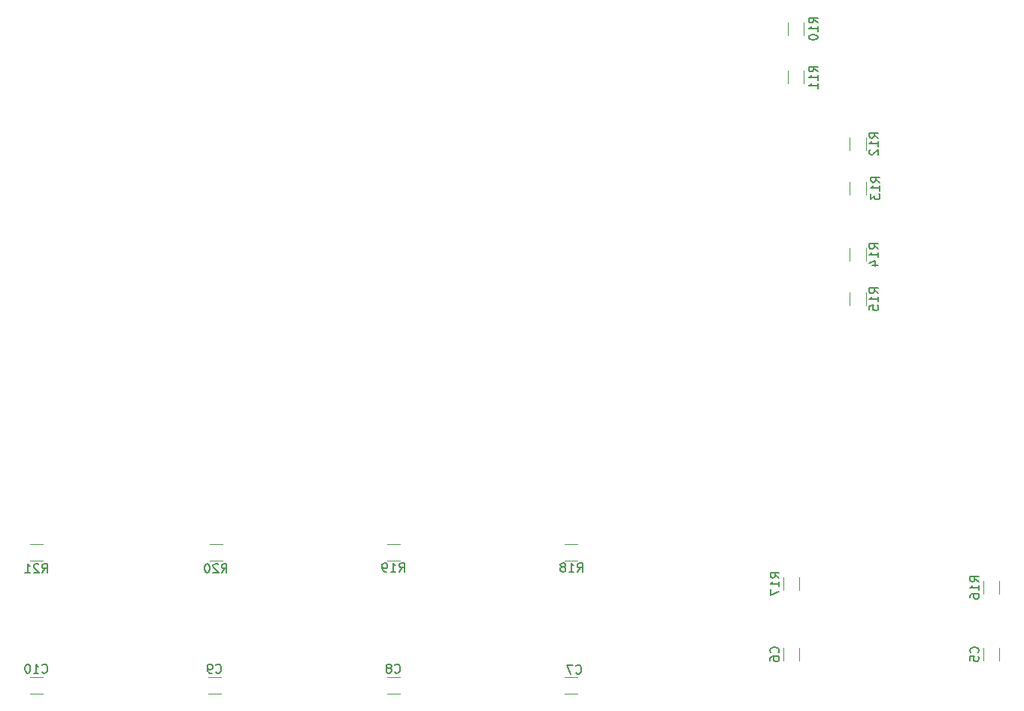
<source format=gbr>
%TF.GenerationSoftware,KiCad,Pcbnew,9.0.4*%
%TF.CreationDate,2025-10-29T20:46:00+01:00*%
%TF.ProjectId,Sterownik_Podlewania V1.1,53746572-6f77-46e6-996b-5f506f646c65,rev?*%
%TF.SameCoordinates,Original*%
%TF.FileFunction,Legend,Bot*%
%TF.FilePolarity,Positive*%
%FSLAX46Y46*%
G04 Gerber Fmt 4.6, Leading zero omitted, Abs format (unit mm)*
G04 Created by KiCad (PCBNEW 9.0.4) date 2025-10-29 20:46:00*
%MOMM*%
%LPD*%
G01*
G04 APERTURE LIST*
%ADD10C,0.150000*%
%ADD11C,0.120000*%
G04 APERTURE END LIST*
D10*
X187284819Y-103319642D02*
X186808628Y-102986309D01*
X187284819Y-102748214D02*
X186284819Y-102748214D01*
X186284819Y-102748214D02*
X186284819Y-103129166D01*
X186284819Y-103129166D02*
X186332438Y-103224404D01*
X186332438Y-103224404D02*
X186380057Y-103272023D01*
X186380057Y-103272023D02*
X186475295Y-103319642D01*
X186475295Y-103319642D02*
X186618152Y-103319642D01*
X186618152Y-103319642D02*
X186713390Y-103272023D01*
X186713390Y-103272023D02*
X186761009Y-103224404D01*
X186761009Y-103224404D02*
X186808628Y-103129166D01*
X186808628Y-103129166D02*
X186808628Y-102748214D01*
X187284819Y-104272023D02*
X187284819Y-103700595D01*
X187284819Y-103986309D02*
X186284819Y-103986309D01*
X186284819Y-103986309D02*
X186427676Y-103891071D01*
X186427676Y-103891071D02*
X186522914Y-103795833D01*
X186522914Y-103795833D02*
X186570533Y-103700595D01*
X186284819Y-105176785D02*
X186284819Y-104700595D01*
X186284819Y-104700595D02*
X186761009Y-104652976D01*
X186761009Y-104652976D02*
X186713390Y-104700595D01*
X186713390Y-104700595D02*
X186665771Y-104795833D01*
X186665771Y-104795833D02*
X186665771Y-105033928D01*
X186665771Y-105033928D02*
X186713390Y-105129166D01*
X186713390Y-105129166D02*
X186761009Y-105176785D01*
X186761009Y-105176785D02*
X186856247Y-105224404D01*
X186856247Y-105224404D02*
X187094342Y-105224404D01*
X187094342Y-105224404D02*
X187189580Y-105176785D01*
X187189580Y-105176785D02*
X187237200Y-105129166D01*
X187237200Y-105129166D02*
X187284819Y-105033928D01*
X187284819Y-105033928D02*
X187284819Y-104795833D01*
X187284819Y-104795833D02*
X187237200Y-104700595D01*
X187237200Y-104700595D02*
X187189580Y-104652976D01*
X180454819Y-72857142D02*
X179978628Y-72523809D01*
X180454819Y-72285714D02*
X179454819Y-72285714D01*
X179454819Y-72285714D02*
X179454819Y-72666666D01*
X179454819Y-72666666D02*
X179502438Y-72761904D01*
X179502438Y-72761904D02*
X179550057Y-72809523D01*
X179550057Y-72809523D02*
X179645295Y-72857142D01*
X179645295Y-72857142D02*
X179788152Y-72857142D01*
X179788152Y-72857142D02*
X179883390Y-72809523D01*
X179883390Y-72809523D02*
X179931009Y-72761904D01*
X179931009Y-72761904D02*
X179978628Y-72666666D01*
X179978628Y-72666666D02*
X179978628Y-72285714D01*
X180454819Y-73809523D02*
X180454819Y-73238095D01*
X180454819Y-73523809D02*
X179454819Y-73523809D01*
X179454819Y-73523809D02*
X179597676Y-73428571D01*
X179597676Y-73428571D02*
X179692914Y-73333333D01*
X179692914Y-73333333D02*
X179740533Y-73238095D01*
X179454819Y-74428571D02*
X179454819Y-74523809D01*
X179454819Y-74523809D02*
X179502438Y-74619047D01*
X179502438Y-74619047D02*
X179550057Y-74666666D01*
X179550057Y-74666666D02*
X179645295Y-74714285D01*
X179645295Y-74714285D02*
X179835771Y-74761904D01*
X179835771Y-74761904D02*
X180073866Y-74761904D01*
X180073866Y-74761904D02*
X180264342Y-74714285D01*
X180264342Y-74714285D02*
X180359580Y-74666666D01*
X180359580Y-74666666D02*
X180407200Y-74619047D01*
X180407200Y-74619047D02*
X180454819Y-74523809D01*
X180454819Y-74523809D02*
X180454819Y-74428571D01*
X180454819Y-74428571D02*
X180407200Y-74333333D01*
X180407200Y-74333333D02*
X180359580Y-74285714D01*
X180359580Y-74285714D02*
X180264342Y-74238095D01*
X180264342Y-74238095D02*
X180073866Y-74190476D01*
X180073866Y-74190476D02*
X179835771Y-74190476D01*
X179835771Y-74190476D02*
X179645295Y-74238095D01*
X179645295Y-74238095D02*
X179550057Y-74285714D01*
X179550057Y-74285714D02*
X179502438Y-74333333D01*
X179502438Y-74333333D02*
X179454819Y-74428571D01*
X153392857Y-134704819D02*
X153726190Y-134228628D01*
X153964285Y-134704819D02*
X153964285Y-133704819D01*
X153964285Y-133704819D02*
X153583333Y-133704819D01*
X153583333Y-133704819D02*
X153488095Y-133752438D01*
X153488095Y-133752438D02*
X153440476Y-133800057D01*
X153440476Y-133800057D02*
X153392857Y-133895295D01*
X153392857Y-133895295D02*
X153392857Y-134038152D01*
X153392857Y-134038152D02*
X153440476Y-134133390D01*
X153440476Y-134133390D02*
X153488095Y-134181009D01*
X153488095Y-134181009D02*
X153583333Y-134228628D01*
X153583333Y-134228628D02*
X153964285Y-134228628D01*
X152440476Y-134704819D02*
X153011904Y-134704819D01*
X152726190Y-134704819D02*
X152726190Y-133704819D01*
X152726190Y-133704819D02*
X152821428Y-133847676D01*
X152821428Y-133847676D02*
X152916666Y-133942914D01*
X152916666Y-133942914D02*
X153011904Y-133990533D01*
X151869047Y-134133390D02*
X151964285Y-134085771D01*
X151964285Y-134085771D02*
X152011904Y-134038152D01*
X152011904Y-134038152D02*
X152059523Y-133942914D01*
X152059523Y-133942914D02*
X152059523Y-133895295D01*
X152059523Y-133895295D02*
X152011904Y-133800057D01*
X152011904Y-133800057D02*
X151964285Y-133752438D01*
X151964285Y-133752438D02*
X151869047Y-133704819D01*
X151869047Y-133704819D02*
X151678571Y-133704819D01*
X151678571Y-133704819D02*
X151583333Y-133752438D01*
X151583333Y-133752438D02*
X151535714Y-133800057D01*
X151535714Y-133800057D02*
X151488095Y-133895295D01*
X151488095Y-133895295D02*
X151488095Y-133942914D01*
X151488095Y-133942914D02*
X151535714Y-134038152D01*
X151535714Y-134038152D02*
X151583333Y-134085771D01*
X151583333Y-134085771D02*
X151678571Y-134133390D01*
X151678571Y-134133390D02*
X151869047Y-134133390D01*
X151869047Y-134133390D02*
X151964285Y-134181009D01*
X151964285Y-134181009D02*
X152011904Y-134228628D01*
X152011904Y-134228628D02*
X152059523Y-134323866D01*
X152059523Y-134323866D02*
X152059523Y-134514342D01*
X152059523Y-134514342D02*
X152011904Y-134609580D01*
X152011904Y-134609580D02*
X151964285Y-134657200D01*
X151964285Y-134657200D02*
X151869047Y-134704819D01*
X151869047Y-134704819D02*
X151678571Y-134704819D01*
X151678571Y-134704819D02*
X151583333Y-134657200D01*
X151583333Y-134657200D02*
X151535714Y-134609580D01*
X151535714Y-134609580D02*
X151488095Y-134514342D01*
X151488095Y-134514342D02*
X151488095Y-134323866D01*
X151488095Y-134323866D02*
X151535714Y-134228628D01*
X151535714Y-134228628D02*
X151583333Y-134181009D01*
X151583333Y-134181009D02*
X151678571Y-134133390D01*
X112691666Y-146009580D02*
X112739285Y-146057200D01*
X112739285Y-146057200D02*
X112882142Y-146104819D01*
X112882142Y-146104819D02*
X112977380Y-146104819D01*
X112977380Y-146104819D02*
X113120237Y-146057200D01*
X113120237Y-146057200D02*
X113215475Y-145961961D01*
X113215475Y-145961961D02*
X113263094Y-145866723D01*
X113263094Y-145866723D02*
X113310713Y-145676247D01*
X113310713Y-145676247D02*
X113310713Y-145533390D01*
X113310713Y-145533390D02*
X113263094Y-145342914D01*
X113263094Y-145342914D02*
X113215475Y-145247676D01*
X113215475Y-145247676D02*
X113120237Y-145152438D01*
X113120237Y-145152438D02*
X112977380Y-145104819D01*
X112977380Y-145104819D02*
X112882142Y-145104819D01*
X112882142Y-145104819D02*
X112739285Y-145152438D01*
X112739285Y-145152438D02*
X112691666Y-145200057D01*
X112215475Y-146104819D02*
X112024999Y-146104819D01*
X112024999Y-146104819D02*
X111929761Y-146057200D01*
X111929761Y-146057200D02*
X111882142Y-146009580D01*
X111882142Y-146009580D02*
X111786904Y-145866723D01*
X111786904Y-145866723D02*
X111739285Y-145676247D01*
X111739285Y-145676247D02*
X111739285Y-145295295D01*
X111739285Y-145295295D02*
X111786904Y-145200057D01*
X111786904Y-145200057D02*
X111834523Y-145152438D01*
X111834523Y-145152438D02*
X111929761Y-145104819D01*
X111929761Y-145104819D02*
X112120237Y-145104819D01*
X112120237Y-145104819D02*
X112215475Y-145152438D01*
X112215475Y-145152438D02*
X112263094Y-145200057D01*
X112263094Y-145200057D02*
X112310713Y-145295295D01*
X112310713Y-145295295D02*
X112310713Y-145533390D01*
X112310713Y-145533390D02*
X112263094Y-145628628D01*
X112263094Y-145628628D02*
X112215475Y-145676247D01*
X112215475Y-145676247D02*
X112120237Y-145723866D01*
X112120237Y-145723866D02*
X111929761Y-145723866D01*
X111929761Y-145723866D02*
X111834523Y-145676247D01*
X111834523Y-145676247D02*
X111786904Y-145628628D01*
X111786904Y-145628628D02*
X111739285Y-145533390D01*
X113332857Y-134784819D02*
X113666190Y-134308628D01*
X113904285Y-134784819D02*
X113904285Y-133784819D01*
X113904285Y-133784819D02*
X113523333Y-133784819D01*
X113523333Y-133784819D02*
X113428095Y-133832438D01*
X113428095Y-133832438D02*
X113380476Y-133880057D01*
X113380476Y-133880057D02*
X113332857Y-133975295D01*
X113332857Y-133975295D02*
X113332857Y-134118152D01*
X113332857Y-134118152D02*
X113380476Y-134213390D01*
X113380476Y-134213390D02*
X113428095Y-134261009D01*
X113428095Y-134261009D02*
X113523333Y-134308628D01*
X113523333Y-134308628D02*
X113904285Y-134308628D01*
X112951904Y-133880057D02*
X112904285Y-133832438D01*
X112904285Y-133832438D02*
X112809047Y-133784819D01*
X112809047Y-133784819D02*
X112570952Y-133784819D01*
X112570952Y-133784819D02*
X112475714Y-133832438D01*
X112475714Y-133832438D02*
X112428095Y-133880057D01*
X112428095Y-133880057D02*
X112380476Y-133975295D01*
X112380476Y-133975295D02*
X112380476Y-134070533D01*
X112380476Y-134070533D02*
X112428095Y-134213390D01*
X112428095Y-134213390D02*
X112999523Y-134784819D01*
X112999523Y-134784819D02*
X112380476Y-134784819D01*
X111761428Y-133784819D02*
X111666190Y-133784819D01*
X111666190Y-133784819D02*
X111570952Y-133832438D01*
X111570952Y-133832438D02*
X111523333Y-133880057D01*
X111523333Y-133880057D02*
X111475714Y-133975295D01*
X111475714Y-133975295D02*
X111428095Y-134165771D01*
X111428095Y-134165771D02*
X111428095Y-134403866D01*
X111428095Y-134403866D02*
X111475714Y-134594342D01*
X111475714Y-134594342D02*
X111523333Y-134689580D01*
X111523333Y-134689580D02*
X111570952Y-134737200D01*
X111570952Y-134737200D02*
X111666190Y-134784819D01*
X111666190Y-134784819D02*
X111761428Y-134784819D01*
X111761428Y-134784819D02*
X111856666Y-134737200D01*
X111856666Y-134737200D02*
X111904285Y-134689580D01*
X111904285Y-134689580D02*
X111951904Y-134594342D01*
X111951904Y-134594342D02*
X111999523Y-134403866D01*
X111999523Y-134403866D02*
X111999523Y-134165771D01*
X111999523Y-134165771D02*
X111951904Y-133975295D01*
X111951904Y-133975295D02*
X111904285Y-133880057D01*
X111904285Y-133880057D02*
X111856666Y-133832438D01*
X111856666Y-133832438D02*
X111761428Y-133784819D01*
X176009580Y-143808333D02*
X176057200Y-143760714D01*
X176057200Y-143760714D02*
X176104819Y-143617857D01*
X176104819Y-143617857D02*
X176104819Y-143522619D01*
X176104819Y-143522619D02*
X176057200Y-143379762D01*
X176057200Y-143379762D02*
X175961961Y-143284524D01*
X175961961Y-143284524D02*
X175866723Y-143236905D01*
X175866723Y-143236905D02*
X175676247Y-143189286D01*
X175676247Y-143189286D02*
X175533390Y-143189286D01*
X175533390Y-143189286D02*
X175342914Y-143236905D01*
X175342914Y-143236905D02*
X175247676Y-143284524D01*
X175247676Y-143284524D02*
X175152438Y-143379762D01*
X175152438Y-143379762D02*
X175104819Y-143522619D01*
X175104819Y-143522619D02*
X175104819Y-143617857D01*
X175104819Y-143617857D02*
X175152438Y-143760714D01*
X175152438Y-143760714D02*
X175200057Y-143808333D01*
X175104819Y-144665476D02*
X175104819Y-144475000D01*
X175104819Y-144475000D02*
X175152438Y-144379762D01*
X175152438Y-144379762D02*
X175200057Y-144332143D01*
X175200057Y-144332143D02*
X175342914Y-144236905D01*
X175342914Y-144236905D02*
X175533390Y-144189286D01*
X175533390Y-144189286D02*
X175914342Y-144189286D01*
X175914342Y-144189286D02*
X176009580Y-144236905D01*
X176009580Y-144236905D02*
X176057200Y-144284524D01*
X176057200Y-144284524D02*
X176104819Y-144379762D01*
X176104819Y-144379762D02*
X176104819Y-144570238D01*
X176104819Y-144570238D02*
X176057200Y-144665476D01*
X176057200Y-144665476D02*
X176009580Y-144713095D01*
X176009580Y-144713095D02*
X175914342Y-144760714D01*
X175914342Y-144760714D02*
X175676247Y-144760714D01*
X175676247Y-144760714D02*
X175581009Y-144713095D01*
X175581009Y-144713095D02*
X175533390Y-144665476D01*
X175533390Y-144665476D02*
X175485771Y-144570238D01*
X175485771Y-144570238D02*
X175485771Y-144379762D01*
X175485771Y-144379762D02*
X175533390Y-144284524D01*
X175533390Y-144284524D02*
X175581009Y-144236905D01*
X175581009Y-144236905D02*
X175676247Y-144189286D01*
X93105357Y-134784819D02*
X93438690Y-134308628D01*
X93676785Y-134784819D02*
X93676785Y-133784819D01*
X93676785Y-133784819D02*
X93295833Y-133784819D01*
X93295833Y-133784819D02*
X93200595Y-133832438D01*
X93200595Y-133832438D02*
X93152976Y-133880057D01*
X93152976Y-133880057D02*
X93105357Y-133975295D01*
X93105357Y-133975295D02*
X93105357Y-134118152D01*
X93105357Y-134118152D02*
X93152976Y-134213390D01*
X93152976Y-134213390D02*
X93200595Y-134261009D01*
X93200595Y-134261009D02*
X93295833Y-134308628D01*
X93295833Y-134308628D02*
X93676785Y-134308628D01*
X92724404Y-133880057D02*
X92676785Y-133832438D01*
X92676785Y-133832438D02*
X92581547Y-133784819D01*
X92581547Y-133784819D02*
X92343452Y-133784819D01*
X92343452Y-133784819D02*
X92248214Y-133832438D01*
X92248214Y-133832438D02*
X92200595Y-133880057D01*
X92200595Y-133880057D02*
X92152976Y-133975295D01*
X92152976Y-133975295D02*
X92152976Y-134070533D01*
X92152976Y-134070533D02*
X92200595Y-134213390D01*
X92200595Y-134213390D02*
X92772023Y-134784819D01*
X92772023Y-134784819D02*
X92152976Y-134784819D01*
X91200595Y-134784819D02*
X91772023Y-134784819D01*
X91486309Y-134784819D02*
X91486309Y-133784819D01*
X91486309Y-133784819D02*
X91581547Y-133927676D01*
X91581547Y-133927676D02*
X91676785Y-134022914D01*
X91676785Y-134022914D02*
X91772023Y-134070533D01*
X198624819Y-135819642D02*
X198148628Y-135486309D01*
X198624819Y-135248214D02*
X197624819Y-135248214D01*
X197624819Y-135248214D02*
X197624819Y-135629166D01*
X197624819Y-135629166D02*
X197672438Y-135724404D01*
X197672438Y-135724404D02*
X197720057Y-135772023D01*
X197720057Y-135772023D02*
X197815295Y-135819642D01*
X197815295Y-135819642D02*
X197958152Y-135819642D01*
X197958152Y-135819642D02*
X198053390Y-135772023D01*
X198053390Y-135772023D02*
X198101009Y-135724404D01*
X198101009Y-135724404D02*
X198148628Y-135629166D01*
X198148628Y-135629166D02*
X198148628Y-135248214D01*
X198624819Y-136772023D02*
X198624819Y-136200595D01*
X198624819Y-136486309D02*
X197624819Y-136486309D01*
X197624819Y-136486309D02*
X197767676Y-136391071D01*
X197767676Y-136391071D02*
X197862914Y-136295833D01*
X197862914Y-136295833D02*
X197910533Y-136200595D01*
X197624819Y-137629166D02*
X197624819Y-137438690D01*
X197624819Y-137438690D02*
X197672438Y-137343452D01*
X197672438Y-137343452D02*
X197720057Y-137295833D01*
X197720057Y-137295833D02*
X197862914Y-137200595D01*
X197862914Y-137200595D02*
X198053390Y-137152976D01*
X198053390Y-137152976D02*
X198434342Y-137152976D01*
X198434342Y-137152976D02*
X198529580Y-137200595D01*
X198529580Y-137200595D02*
X198577200Y-137248214D01*
X198577200Y-137248214D02*
X198624819Y-137343452D01*
X198624819Y-137343452D02*
X198624819Y-137533928D01*
X198624819Y-137533928D02*
X198577200Y-137629166D01*
X198577200Y-137629166D02*
X198529580Y-137676785D01*
X198529580Y-137676785D02*
X198434342Y-137724404D01*
X198434342Y-137724404D02*
X198196247Y-137724404D01*
X198196247Y-137724404D02*
X198101009Y-137676785D01*
X198101009Y-137676785D02*
X198053390Y-137629166D01*
X198053390Y-137629166D02*
X198005771Y-137533928D01*
X198005771Y-137533928D02*
X198005771Y-137343452D01*
X198005771Y-137343452D02*
X198053390Y-137248214D01*
X198053390Y-137248214D02*
X198101009Y-137200595D01*
X198101009Y-137200595D02*
X198196247Y-137152976D01*
X187284819Y-98319642D02*
X186808628Y-97986309D01*
X187284819Y-97748214D02*
X186284819Y-97748214D01*
X186284819Y-97748214D02*
X186284819Y-98129166D01*
X186284819Y-98129166D02*
X186332438Y-98224404D01*
X186332438Y-98224404D02*
X186380057Y-98272023D01*
X186380057Y-98272023D02*
X186475295Y-98319642D01*
X186475295Y-98319642D02*
X186618152Y-98319642D01*
X186618152Y-98319642D02*
X186713390Y-98272023D01*
X186713390Y-98272023D02*
X186761009Y-98224404D01*
X186761009Y-98224404D02*
X186808628Y-98129166D01*
X186808628Y-98129166D02*
X186808628Y-97748214D01*
X187284819Y-99272023D02*
X187284819Y-98700595D01*
X187284819Y-98986309D02*
X186284819Y-98986309D01*
X186284819Y-98986309D02*
X186427676Y-98891071D01*
X186427676Y-98891071D02*
X186522914Y-98795833D01*
X186522914Y-98795833D02*
X186570533Y-98700595D01*
X186618152Y-100129166D02*
X187284819Y-100129166D01*
X186237200Y-99891071D02*
X186951485Y-99652976D01*
X186951485Y-99652976D02*
X186951485Y-100272023D01*
X132836666Y-146009580D02*
X132884285Y-146057200D01*
X132884285Y-146057200D02*
X133027142Y-146104819D01*
X133027142Y-146104819D02*
X133122380Y-146104819D01*
X133122380Y-146104819D02*
X133265237Y-146057200D01*
X133265237Y-146057200D02*
X133360475Y-145961961D01*
X133360475Y-145961961D02*
X133408094Y-145866723D01*
X133408094Y-145866723D02*
X133455713Y-145676247D01*
X133455713Y-145676247D02*
X133455713Y-145533390D01*
X133455713Y-145533390D02*
X133408094Y-145342914D01*
X133408094Y-145342914D02*
X133360475Y-145247676D01*
X133360475Y-145247676D02*
X133265237Y-145152438D01*
X133265237Y-145152438D02*
X133122380Y-145104819D01*
X133122380Y-145104819D02*
X133027142Y-145104819D01*
X133027142Y-145104819D02*
X132884285Y-145152438D01*
X132884285Y-145152438D02*
X132836666Y-145200057D01*
X132265237Y-145533390D02*
X132360475Y-145485771D01*
X132360475Y-145485771D02*
X132408094Y-145438152D01*
X132408094Y-145438152D02*
X132455713Y-145342914D01*
X132455713Y-145342914D02*
X132455713Y-145295295D01*
X132455713Y-145295295D02*
X132408094Y-145200057D01*
X132408094Y-145200057D02*
X132360475Y-145152438D01*
X132360475Y-145152438D02*
X132265237Y-145104819D01*
X132265237Y-145104819D02*
X132074761Y-145104819D01*
X132074761Y-145104819D02*
X131979523Y-145152438D01*
X131979523Y-145152438D02*
X131931904Y-145200057D01*
X131931904Y-145200057D02*
X131884285Y-145295295D01*
X131884285Y-145295295D02*
X131884285Y-145342914D01*
X131884285Y-145342914D02*
X131931904Y-145438152D01*
X131931904Y-145438152D02*
X131979523Y-145485771D01*
X131979523Y-145485771D02*
X132074761Y-145533390D01*
X132074761Y-145533390D02*
X132265237Y-145533390D01*
X132265237Y-145533390D02*
X132360475Y-145581009D01*
X132360475Y-145581009D02*
X132408094Y-145628628D01*
X132408094Y-145628628D02*
X132455713Y-145723866D01*
X132455713Y-145723866D02*
X132455713Y-145914342D01*
X132455713Y-145914342D02*
X132408094Y-146009580D01*
X132408094Y-146009580D02*
X132360475Y-146057200D01*
X132360475Y-146057200D02*
X132265237Y-146104819D01*
X132265237Y-146104819D02*
X132074761Y-146104819D01*
X132074761Y-146104819D02*
X131979523Y-146057200D01*
X131979523Y-146057200D02*
X131931904Y-146009580D01*
X131931904Y-146009580D02*
X131884285Y-145914342D01*
X131884285Y-145914342D02*
X131884285Y-145723866D01*
X131884285Y-145723866D02*
X131931904Y-145628628D01*
X131931904Y-145628628D02*
X131979523Y-145581009D01*
X131979523Y-145581009D02*
X132074761Y-145533390D01*
X187284819Y-85819642D02*
X186808628Y-85486309D01*
X187284819Y-85248214D02*
X186284819Y-85248214D01*
X186284819Y-85248214D02*
X186284819Y-85629166D01*
X186284819Y-85629166D02*
X186332438Y-85724404D01*
X186332438Y-85724404D02*
X186380057Y-85772023D01*
X186380057Y-85772023D02*
X186475295Y-85819642D01*
X186475295Y-85819642D02*
X186618152Y-85819642D01*
X186618152Y-85819642D02*
X186713390Y-85772023D01*
X186713390Y-85772023D02*
X186761009Y-85724404D01*
X186761009Y-85724404D02*
X186808628Y-85629166D01*
X186808628Y-85629166D02*
X186808628Y-85248214D01*
X187284819Y-86772023D02*
X187284819Y-86200595D01*
X187284819Y-86486309D02*
X186284819Y-86486309D01*
X186284819Y-86486309D02*
X186427676Y-86391071D01*
X186427676Y-86391071D02*
X186522914Y-86295833D01*
X186522914Y-86295833D02*
X186570533Y-86200595D01*
X186380057Y-87152976D02*
X186332438Y-87200595D01*
X186332438Y-87200595D02*
X186284819Y-87295833D01*
X186284819Y-87295833D02*
X186284819Y-87533928D01*
X186284819Y-87533928D02*
X186332438Y-87629166D01*
X186332438Y-87629166D02*
X186380057Y-87676785D01*
X186380057Y-87676785D02*
X186475295Y-87724404D01*
X186475295Y-87724404D02*
X186570533Y-87724404D01*
X186570533Y-87724404D02*
X186713390Y-87676785D01*
X186713390Y-87676785D02*
X187284819Y-87105357D01*
X187284819Y-87105357D02*
X187284819Y-87724404D01*
X180454819Y-78357142D02*
X179978628Y-78023809D01*
X180454819Y-77785714D02*
X179454819Y-77785714D01*
X179454819Y-77785714D02*
X179454819Y-78166666D01*
X179454819Y-78166666D02*
X179502438Y-78261904D01*
X179502438Y-78261904D02*
X179550057Y-78309523D01*
X179550057Y-78309523D02*
X179645295Y-78357142D01*
X179645295Y-78357142D02*
X179788152Y-78357142D01*
X179788152Y-78357142D02*
X179883390Y-78309523D01*
X179883390Y-78309523D02*
X179931009Y-78261904D01*
X179931009Y-78261904D02*
X179978628Y-78166666D01*
X179978628Y-78166666D02*
X179978628Y-77785714D01*
X180454819Y-79309523D02*
X180454819Y-78738095D01*
X180454819Y-79023809D02*
X179454819Y-79023809D01*
X179454819Y-79023809D02*
X179597676Y-78928571D01*
X179597676Y-78928571D02*
X179692914Y-78833333D01*
X179692914Y-78833333D02*
X179740533Y-78738095D01*
X180454819Y-80261904D02*
X180454819Y-79690476D01*
X180454819Y-79976190D02*
X179454819Y-79976190D01*
X179454819Y-79976190D02*
X179597676Y-79880952D01*
X179597676Y-79880952D02*
X179692914Y-79785714D01*
X179692914Y-79785714D02*
X179740533Y-79690476D01*
X93117857Y-146009580D02*
X93165476Y-146057200D01*
X93165476Y-146057200D02*
X93308333Y-146104819D01*
X93308333Y-146104819D02*
X93403571Y-146104819D01*
X93403571Y-146104819D02*
X93546428Y-146057200D01*
X93546428Y-146057200D02*
X93641666Y-145961961D01*
X93641666Y-145961961D02*
X93689285Y-145866723D01*
X93689285Y-145866723D02*
X93736904Y-145676247D01*
X93736904Y-145676247D02*
X93736904Y-145533390D01*
X93736904Y-145533390D02*
X93689285Y-145342914D01*
X93689285Y-145342914D02*
X93641666Y-145247676D01*
X93641666Y-145247676D02*
X93546428Y-145152438D01*
X93546428Y-145152438D02*
X93403571Y-145104819D01*
X93403571Y-145104819D02*
X93308333Y-145104819D01*
X93308333Y-145104819D02*
X93165476Y-145152438D01*
X93165476Y-145152438D02*
X93117857Y-145200057D01*
X92165476Y-146104819D02*
X92736904Y-146104819D01*
X92451190Y-146104819D02*
X92451190Y-145104819D01*
X92451190Y-145104819D02*
X92546428Y-145247676D01*
X92546428Y-145247676D02*
X92641666Y-145342914D01*
X92641666Y-145342914D02*
X92736904Y-145390533D01*
X91546428Y-145104819D02*
X91451190Y-145104819D01*
X91451190Y-145104819D02*
X91355952Y-145152438D01*
X91355952Y-145152438D02*
X91308333Y-145200057D01*
X91308333Y-145200057D02*
X91260714Y-145295295D01*
X91260714Y-145295295D02*
X91213095Y-145485771D01*
X91213095Y-145485771D02*
X91213095Y-145723866D01*
X91213095Y-145723866D02*
X91260714Y-145914342D01*
X91260714Y-145914342D02*
X91308333Y-146009580D01*
X91308333Y-146009580D02*
X91355952Y-146057200D01*
X91355952Y-146057200D02*
X91451190Y-146104819D01*
X91451190Y-146104819D02*
X91546428Y-146104819D01*
X91546428Y-146104819D02*
X91641666Y-146057200D01*
X91641666Y-146057200D02*
X91689285Y-146009580D01*
X91689285Y-146009580D02*
X91736904Y-145914342D01*
X91736904Y-145914342D02*
X91784523Y-145723866D01*
X91784523Y-145723866D02*
X91784523Y-145485771D01*
X91784523Y-145485771D02*
X91736904Y-145295295D01*
X91736904Y-145295295D02*
X91689285Y-145200057D01*
X91689285Y-145200057D02*
X91641666Y-145152438D01*
X91641666Y-145152438D02*
X91546428Y-145104819D01*
X187454819Y-90819642D02*
X186978628Y-90486309D01*
X187454819Y-90248214D02*
X186454819Y-90248214D01*
X186454819Y-90248214D02*
X186454819Y-90629166D01*
X186454819Y-90629166D02*
X186502438Y-90724404D01*
X186502438Y-90724404D02*
X186550057Y-90772023D01*
X186550057Y-90772023D02*
X186645295Y-90819642D01*
X186645295Y-90819642D02*
X186788152Y-90819642D01*
X186788152Y-90819642D02*
X186883390Y-90772023D01*
X186883390Y-90772023D02*
X186931009Y-90724404D01*
X186931009Y-90724404D02*
X186978628Y-90629166D01*
X186978628Y-90629166D02*
X186978628Y-90248214D01*
X187454819Y-91772023D02*
X187454819Y-91200595D01*
X187454819Y-91486309D02*
X186454819Y-91486309D01*
X186454819Y-91486309D02*
X186597676Y-91391071D01*
X186597676Y-91391071D02*
X186692914Y-91295833D01*
X186692914Y-91295833D02*
X186740533Y-91200595D01*
X186454819Y-92105357D02*
X186454819Y-92724404D01*
X186454819Y-92724404D02*
X186835771Y-92391071D01*
X186835771Y-92391071D02*
X186835771Y-92533928D01*
X186835771Y-92533928D02*
X186883390Y-92629166D01*
X186883390Y-92629166D02*
X186931009Y-92676785D01*
X186931009Y-92676785D02*
X187026247Y-92724404D01*
X187026247Y-92724404D02*
X187264342Y-92724404D01*
X187264342Y-92724404D02*
X187359580Y-92676785D01*
X187359580Y-92676785D02*
X187407200Y-92629166D01*
X187407200Y-92629166D02*
X187454819Y-92533928D01*
X187454819Y-92533928D02*
X187454819Y-92248214D01*
X187454819Y-92248214D02*
X187407200Y-92152976D01*
X187407200Y-92152976D02*
X187359580Y-92105357D01*
X133332857Y-134704819D02*
X133666190Y-134228628D01*
X133904285Y-134704819D02*
X133904285Y-133704819D01*
X133904285Y-133704819D02*
X133523333Y-133704819D01*
X133523333Y-133704819D02*
X133428095Y-133752438D01*
X133428095Y-133752438D02*
X133380476Y-133800057D01*
X133380476Y-133800057D02*
X133332857Y-133895295D01*
X133332857Y-133895295D02*
X133332857Y-134038152D01*
X133332857Y-134038152D02*
X133380476Y-134133390D01*
X133380476Y-134133390D02*
X133428095Y-134181009D01*
X133428095Y-134181009D02*
X133523333Y-134228628D01*
X133523333Y-134228628D02*
X133904285Y-134228628D01*
X132380476Y-134704819D02*
X132951904Y-134704819D01*
X132666190Y-134704819D02*
X132666190Y-133704819D01*
X132666190Y-133704819D02*
X132761428Y-133847676D01*
X132761428Y-133847676D02*
X132856666Y-133942914D01*
X132856666Y-133942914D02*
X132951904Y-133990533D01*
X131904285Y-134704819D02*
X131713809Y-134704819D01*
X131713809Y-134704819D02*
X131618571Y-134657200D01*
X131618571Y-134657200D02*
X131570952Y-134609580D01*
X131570952Y-134609580D02*
X131475714Y-134466723D01*
X131475714Y-134466723D02*
X131428095Y-134276247D01*
X131428095Y-134276247D02*
X131428095Y-133895295D01*
X131428095Y-133895295D02*
X131475714Y-133800057D01*
X131475714Y-133800057D02*
X131523333Y-133752438D01*
X131523333Y-133752438D02*
X131618571Y-133704819D01*
X131618571Y-133704819D02*
X131809047Y-133704819D01*
X131809047Y-133704819D02*
X131904285Y-133752438D01*
X131904285Y-133752438D02*
X131951904Y-133800057D01*
X131951904Y-133800057D02*
X131999523Y-133895295D01*
X131999523Y-133895295D02*
X131999523Y-134133390D01*
X131999523Y-134133390D02*
X131951904Y-134228628D01*
X131951904Y-134228628D02*
X131904285Y-134276247D01*
X131904285Y-134276247D02*
X131809047Y-134323866D01*
X131809047Y-134323866D02*
X131618571Y-134323866D01*
X131618571Y-134323866D02*
X131523333Y-134276247D01*
X131523333Y-134276247D02*
X131475714Y-134228628D01*
X131475714Y-134228628D02*
X131428095Y-134133390D01*
X198509580Y-143808333D02*
X198557200Y-143760714D01*
X198557200Y-143760714D02*
X198604819Y-143617857D01*
X198604819Y-143617857D02*
X198604819Y-143522619D01*
X198604819Y-143522619D02*
X198557200Y-143379762D01*
X198557200Y-143379762D02*
X198461961Y-143284524D01*
X198461961Y-143284524D02*
X198366723Y-143236905D01*
X198366723Y-143236905D02*
X198176247Y-143189286D01*
X198176247Y-143189286D02*
X198033390Y-143189286D01*
X198033390Y-143189286D02*
X197842914Y-143236905D01*
X197842914Y-143236905D02*
X197747676Y-143284524D01*
X197747676Y-143284524D02*
X197652438Y-143379762D01*
X197652438Y-143379762D02*
X197604819Y-143522619D01*
X197604819Y-143522619D02*
X197604819Y-143617857D01*
X197604819Y-143617857D02*
X197652438Y-143760714D01*
X197652438Y-143760714D02*
X197700057Y-143808333D01*
X197604819Y-144713095D02*
X197604819Y-144236905D01*
X197604819Y-144236905D02*
X198081009Y-144189286D01*
X198081009Y-144189286D02*
X198033390Y-144236905D01*
X198033390Y-144236905D02*
X197985771Y-144332143D01*
X197985771Y-144332143D02*
X197985771Y-144570238D01*
X197985771Y-144570238D02*
X198033390Y-144665476D01*
X198033390Y-144665476D02*
X198081009Y-144713095D01*
X198081009Y-144713095D02*
X198176247Y-144760714D01*
X198176247Y-144760714D02*
X198414342Y-144760714D01*
X198414342Y-144760714D02*
X198509580Y-144713095D01*
X198509580Y-144713095D02*
X198557200Y-144665476D01*
X198557200Y-144665476D02*
X198604819Y-144570238D01*
X198604819Y-144570238D02*
X198604819Y-144332143D01*
X198604819Y-144332143D02*
X198557200Y-144236905D01*
X198557200Y-144236905D02*
X198509580Y-144189286D01*
X176124819Y-135394642D02*
X175648628Y-135061309D01*
X176124819Y-134823214D02*
X175124819Y-134823214D01*
X175124819Y-134823214D02*
X175124819Y-135204166D01*
X175124819Y-135204166D02*
X175172438Y-135299404D01*
X175172438Y-135299404D02*
X175220057Y-135347023D01*
X175220057Y-135347023D02*
X175315295Y-135394642D01*
X175315295Y-135394642D02*
X175458152Y-135394642D01*
X175458152Y-135394642D02*
X175553390Y-135347023D01*
X175553390Y-135347023D02*
X175601009Y-135299404D01*
X175601009Y-135299404D02*
X175648628Y-135204166D01*
X175648628Y-135204166D02*
X175648628Y-134823214D01*
X176124819Y-136347023D02*
X176124819Y-135775595D01*
X176124819Y-136061309D02*
X175124819Y-136061309D01*
X175124819Y-136061309D02*
X175267676Y-135966071D01*
X175267676Y-135966071D02*
X175362914Y-135870833D01*
X175362914Y-135870833D02*
X175410533Y-135775595D01*
X175124819Y-136680357D02*
X175124819Y-137347023D01*
X175124819Y-137347023D02*
X176124819Y-136918452D01*
X153244166Y-146099580D02*
X153291785Y-146147200D01*
X153291785Y-146147200D02*
X153434642Y-146194819D01*
X153434642Y-146194819D02*
X153529880Y-146194819D01*
X153529880Y-146194819D02*
X153672737Y-146147200D01*
X153672737Y-146147200D02*
X153767975Y-146051961D01*
X153767975Y-146051961D02*
X153815594Y-145956723D01*
X153815594Y-145956723D02*
X153863213Y-145766247D01*
X153863213Y-145766247D02*
X153863213Y-145623390D01*
X153863213Y-145623390D02*
X153815594Y-145432914D01*
X153815594Y-145432914D02*
X153767975Y-145337676D01*
X153767975Y-145337676D02*
X153672737Y-145242438D01*
X153672737Y-145242438D02*
X153529880Y-145194819D01*
X153529880Y-145194819D02*
X153434642Y-145194819D01*
X153434642Y-145194819D02*
X153291785Y-145242438D01*
X153291785Y-145242438D02*
X153244166Y-145290057D01*
X152910832Y-145194819D02*
X152244166Y-145194819D01*
X152244166Y-145194819D02*
X152672737Y-146194819D01*
D11*
%TO.C,R15*%
X184090000Y-104689564D02*
X184090000Y-103235436D01*
X185910000Y-104689564D02*
X185910000Y-103235436D01*
%TO.C,R10*%
X177090000Y-72810436D02*
X177090000Y-74264564D01*
X178910000Y-72810436D02*
X178910000Y-74264564D01*
%TO.C,R18*%
X153417064Y-131590000D02*
X151962936Y-131590000D01*
X153417064Y-133410000D02*
X151962936Y-133410000D01*
%TO.C,C9*%
X113236252Y-146590000D02*
X111813748Y-146590000D01*
X113236252Y-148410000D02*
X111813748Y-148410000D01*
%TO.C,R20*%
X111962936Y-131590000D02*
X113417064Y-131590000D01*
X111962936Y-133410000D02*
X113417064Y-133410000D01*
%TO.C,C6*%
X176590000Y-143263748D02*
X176590000Y-144686252D01*
X178410000Y-143263748D02*
X178410000Y-144686252D01*
%TO.C,R21*%
X91735436Y-131590000D02*
X93189564Y-131590000D01*
X91735436Y-133410000D02*
X93189564Y-133410000D01*
%TO.C,R16*%
X199090000Y-135735436D02*
X199090000Y-137189564D01*
X200910000Y-135735436D02*
X200910000Y-137189564D01*
%TO.C,R14*%
X184090000Y-99689564D02*
X184090000Y-98235436D01*
X185910000Y-99689564D02*
X185910000Y-98235436D01*
%TO.C,C8*%
X133381252Y-146590000D02*
X131958748Y-146590000D01*
X133381252Y-148410000D02*
X131958748Y-148410000D01*
%TO.C,R12*%
X184090000Y-87189564D02*
X184090000Y-85735436D01*
X185910000Y-87189564D02*
X185910000Y-85735436D01*
%TO.C,R11*%
X177090000Y-79689564D02*
X177090000Y-78235436D01*
X178910000Y-79689564D02*
X178910000Y-78235436D01*
%TO.C,C10*%
X93186252Y-146590000D02*
X91763748Y-146590000D01*
X93186252Y-148410000D02*
X91763748Y-148410000D01*
%TO.C,R13*%
X184090000Y-90735436D02*
X184090000Y-92189564D01*
X185910000Y-90735436D02*
X185910000Y-92189564D01*
%TO.C,R19*%
X133417064Y-131590000D02*
X131962936Y-131590000D01*
X133417064Y-133410000D02*
X131962936Y-133410000D01*
%TO.C,C5*%
X199090000Y-143263748D02*
X199090000Y-144686252D01*
X200910000Y-143263748D02*
X200910000Y-144686252D01*
%TO.C,R17*%
X176590000Y-135310436D02*
X176590000Y-136764564D01*
X178410000Y-135310436D02*
X178410000Y-136764564D01*
%TO.C,C7*%
X153381252Y-146590000D02*
X151958748Y-146590000D01*
X153381252Y-148410000D02*
X151958748Y-148410000D01*
%TD*%
M02*

</source>
